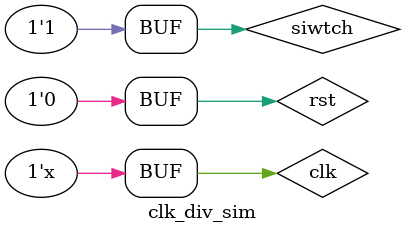
<source format=v>
`timescale 1ns / 1ps


module clk_div_sim;

	// Inputs
	reg clk;
	reg rst;
	reg siwtch;

	// Outputs
	wire [31:0] clkdiv;
	wire clk_cpu;

	// Instantiate the Unit Under Test (UUT)
	clk_div uut (
		.clk(clk), 
		.rst(rst), 
		.siwtch(siwtch), 
		.clkdiv(clkdiv), 
		.clk_cpu(clk_cpu)
	);

	initial clk = 0;
	always begin
		clk = ~clk;
		#2;
	end
	
	initial begin
		rst = 0;
		siwtch = 0;
		#50;
		
		rst = 1;
		#10;
		
		rst = 0;
		siwtch = 1;
	end
      
endmodule


</source>
